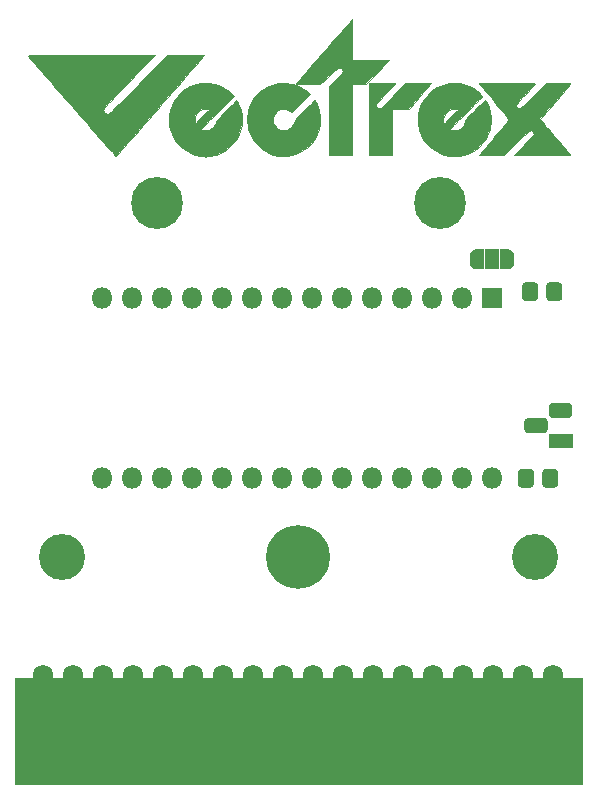
<source format=gts>
G04 #@! TF.GenerationSoftware,KiCad,Pcbnew,(5.1.6-0)*
G04 #@! TF.CreationDate,2020-06-20T23:38:09-05:00*
G04 #@! TF.ProjectId,vectrex-cartridge,76656374-7265-4782-9d63-617274726964,v1.0*
G04 #@! TF.SameCoordinates,Original*
G04 #@! TF.FileFunction,Soldermask,Top*
G04 #@! TF.FilePolarity,Negative*
%FSLAX46Y46*%
G04 Gerber Fmt 4.6, Leading zero omitted, Abs format (unit mm)*
G04 Created by KiCad (PCBNEW (5.1.6-0)) date 2020-06-20 23:38:09*
%MOMM*%
%LPD*%
G01*
G04 APERTURE LIST*
%ADD10C,0.010000*%
%ADD11C,0.100000*%
%ADD12R,1.200000X1.700000*%
%ADD13R,2.000000X1.300000*%
%ADD14O,1.800000X1.800000*%
%ADD15R,1.800000X1.800000*%
%ADD16C,4.400000*%
%ADD17C,3.900000*%
%ADD18C,5.400000*%
%ADD19O,1.720000X9.000000*%
G04 APERTURE END LIST*
D10*
G36*
X134531520Y-77495950D02*
G01*
X134891123Y-77602487D01*
X135368851Y-77821002D01*
X135794321Y-78115032D01*
X135981096Y-78283185D01*
X136225537Y-78521433D01*
X134820218Y-79928151D01*
X134468554Y-80281147D01*
X134178764Y-80574436D01*
X133946177Y-80813093D01*
X133766123Y-81002193D01*
X133633931Y-81146812D01*
X133544930Y-81252024D01*
X133494451Y-81322905D01*
X133477821Y-81364530D01*
X133484552Y-81379475D01*
X133567367Y-81404106D01*
X133707471Y-81420611D01*
X133823057Y-81424792D01*
X134125490Y-81385858D01*
X134377514Y-81269607D01*
X134574630Y-81079447D01*
X134712339Y-80818790D01*
X134740946Y-80728976D01*
X134767797Y-80654069D01*
X134812071Y-80572651D01*
X134881788Y-80475251D01*
X134984966Y-80352396D01*
X135129624Y-80194616D01*
X135323782Y-79992436D01*
X135575458Y-79736387D01*
X135615647Y-79695795D01*
X135840411Y-79470025D01*
X136043769Y-79267859D01*
X136216611Y-79098182D01*
X136349826Y-78969882D01*
X136434305Y-78891843D01*
X136460650Y-78871572D01*
X136497275Y-78911959D01*
X136555666Y-79019331D01*
X136626933Y-79173009D01*
X136702190Y-79352314D01*
X136772549Y-79536565D01*
X136829123Y-79705082D01*
X136849004Y-79775204D01*
X136891959Y-80019216D01*
X136914819Y-80319484D01*
X136917545Y-80641584D01*
X136900100Y-80951095D01*
X136862446Y-81213592D01*
X136850636Y-81264833D01*
X136679714Y-81756509D01*
X136429778Y-82211518D01*
X136110042Y-82619647D01*
X135729719Y-82970686D01*
X135298021Y-83254424D01*
X134890148Y-83437746D01*
X134737340Y-83484442D01*
X134541116Y-83532731D01*
X134325550Y-83578109D01*
X134114714Y-83616068D01*
X133932682Y-83642101D01*
X133803527Y-83651701D01*
X133764381Y-83648499D01*
X133708992Y-83639908D01*
X133588649Y-83623314D01*
X133445605Y-83604427D01*
X132925514Y-83492022D01*
X132443768Y-83295122D01*
X132002008Y-83014540D01*
X131673583Y-82725443D01*
X131384538Y-82406011D01*
X131162045Y-82088908D01*
X130986076Y-81742872D01*
X130895332Y-81510708D01*
X130845498Y-81362142D01*
X130811377Y-81229259D01*
X130790063Y-81088381D01*
X130778650Y-80915830D01*
X130774232Y-80687929D01*
X130773843Y-80557897D01*
X132927331Y-80557897D01*
X132932775Y-80700424D01*
X132946860Y-80796263D01*
X132961487Y-80821847D01*
X133003946Y-80790607D01*
X133100390Y-80703994D01*
X133239498Y-80572661D01*
X133409949Y-80407263D01*
X133565143Y-80253713D01*
X133750989Y-80066360D01*
X133911437Y-79900880D01*
X134035804Y-79768599D01*
X134113404Y-79680841D01*
X134134644Y-79650057D01*
X134092350Y-79631721D01*
X133981966Y-79618892D01*
X133841907Y-79614534D01*
X133544497Y-79654339D01*
X133297615Y-79769019D01*
X133108144Y-79951472D01*
X132982972Y-80194597D01*
X132928982Y-80491291D01*
X132927331Y-80557897D01*
X130773843Y-80557897D01*
X130773729Y-80520018D01*
X130775409Y-80248897D01*
X130782389Y-80046938D01*
X130797575Y-79890462D01*
X130823872Y-79755793D01*
X130864187Y-79619253D01*
X130895332Y-79529329D01*
X131053141Y-79151288D01*
X131245570Y-78820759D01*
X131492648Y-78506480D01*
X131673583Y-78314593D01*
X132076642Y-77972331D01*
X132521516Y-77709629D01*
X132998823Y-77528563D01*
X133499180Y-77431211D01*
X134013207Y-77419647D01*
X134531520Y-77495950D01*
G37*
X134531520Y-77495950D02*
X134891123Y-77602487D01*
X135368851Y-77821002D01*
X135794321Y-78115032D01*
X135981096Y-78283185D01*
X136225537Y-78521433D01*
X134820218Y-79928151D01*
X134468554Y-80281147D01*
X134178764Y-80574436D01*
X133946177Y-80813093D01*
X133766123Y-81002193D01*
X133633931Y-81146812D01*
X133544930Y-81252024D01*
X133494451Y-81322905D01*
X133477821Y-81364530D01*
X133484552Y-81379475D01*
X133567367Y-81404106D01*
X133707471Y-81420611D01*
X133823057Y-81424792D01*
X134125490Y-81385858D01*
X134377514Y-81269607D01*
X134574630Y-81079447D01*
X134712339Y-80818790D01*
X134740946Y-80728976D01*
X134767797Y-80654069D01*
X134812071Y-80572651D01*
X134881788Y-80475251D01*
X134984966Y-80352396D01*
X135129624Y-80194616D01*
X135323782Y-79992436D01*
X135575458Y-79736387D01*
X135615647Y-79695795D01*
X135840411Y-79470025D01*
X136043769Y-79267859D01*
X136216611Y-79098182D01*
X136349826Y-78969882D01*
X136434305Y-78891843D01*
X136460650Y-78871572D01*
X136497275Y-78911959D01*
X136555666Y-79019331D01*
X136626933Y-79173009D01*
X136702190Y-79352314D01*
X136772549Y-79536565D01*
X136829123Y-79705082D01*
X136849004Y-79775204D01*
X136891959Y-80019216D01*
X136914819Y-80319484D01*
X136917545Y-80641584D01*
X136900100Y-80951095D01*
X136862446Y-81213592D01*
X136850636Y-81264833D01*
X136679714Y-81756509D01*
X136429778Y-82211518D01*
X136110042Y-82619647D01*
X135729719Y-82970686D01*
X135298021Y-83254424D01*
X134890148Y-83437746D01*
X134737340Y-83484442D01*
X134541116Y-83532731D01*
X134325550Y-83578109D01*
X134114714Y-83616068D01*
X133932682Y-83642101D01*
X133803527Y-83651701D01*
X133764381Y-83648499D01*
X133708992Y-83639908D01*
X133588649Y-83623314D01*
X133445605Y-83604427D01*
X132925514Y-83492022D01*
X132443768Y-83295122D01*
X132002008Y-83014540D01*
X131673583Y-82725443D01*
X131384538Y-82406011D01*
X131162045Y-82088908D01*
X130986076Y-81742872D01*
X130895332Y-81510708D01*
X130845498Y-81362142D01*
X130811377Y-81229259D01*
X130790063Y-81088381D01*
X130778650Y-80915830D01*
X130774232Y-80687929D01*
X130773843Y-80557897D01*
X132927331Y-80557897D01*
X132932775Y-80700424D01*
X132946860Y-80796263D01*
X132961487Y-80821847D01*
X133003946Y-80790607D01*
X133100390Y-80703994D01*
X133239498Y-80572661D01*
X133409949Y-80407263D01*
X133565143Y-80253713D01*
X133750989Y-80066360D01*
X133911437Y-79900880D01*
X134035804Y-79768599D01*
X134113404Y-79680841D01*
X134134644Y-79650057D01*
X134092350Y-79631721D01*
X133981966Y-79618892D01*
X133841907Y-79614534D01*
X133544497Y-79654339D01*
X133297615Y-79769019D01*
X133108144Y-79951472D01*
X132982972Y-80194597D01*
X132928982Y-80491291D01*
X132927331Y-80557897D01*
X130773843Y-80557897D01*
X130773729Y-80520018D01*
X130775409Y-80248897D01*
X130782389Y-80046938D01*
X130797575Y-79890462D01*
X130823872Y-79755793D01*
X130864187Y-79619253D01*
X130895332Y-79529329D01*
X131053141Y-79151288D01*
X131245570Y-78820759D01*
X131492648Y-78506480D01*
X131673583Y-78314593D01*
X132076642Y-77972331D01*
X132521516Y-77709629D01*
X132998823Y-77528563D01*
X133499180Y-77431211D01*
X134013207Y-77419647D01*
X134531520Y-77495950D01*
G36*
X141105550Y-77486052D02*
G01*
X141591495Y-77630816D01*
X142045688Y-77848132D01*
X142449917Y-78132392D01*
X142492962Y-78169639D01*
X142701920Y-78354488D01*
X141940281Y-79119798D01*
X141178643Y-79885107D01*
X140993494Y-79762581D01*
X140849477Y-79685091D01*
X140689182Y-79642685D01*
X140501384Y-79625460D01*
X140218199Y-79642371D01*
X139986795Y-79729055D01*
X139788872Y-79894477D01*
X139685570Y-80025235D01*
X139603556Y-80156558D01*
X139560853Y-80277796D01*
X139545503Y-80430844D01*
X139544333Y-80520018D01*
X139551366Y-80700647D01*
X139580437Y-80830848D01*
X139643506Y-80952518D01*
X139685570Y-81014802D01*
X139888780Y-81235570D01*
X140129415Y-81371586D01*
X140409625Y-81424008D01*
X140446766Y-81424739D01*
X140748190Y-81385276D01*
X141000929Y-81268481D01*
X141198299Y-81079684D01*
X141333616Y-80824212D01*
X141373095Y-80686173D01*
X141393843Y-80614786D01*
X141428951Y-80540843D01*
X141486542Y-80454684D01*
X141574740Y-80346648D01*
X141701668Y-80207075D01*
X141875449Y-80026305D01*
X142104206Y-79794675D01*
X142222443Y-79676085D01*
X142446591Y-79454098D01*
X142650476Y-79256811D01*
X142824643Y-79092999D01*
X142959638Y-78971435D01*
X143046006Y-78900894D01*
X143073027Y-78886693D01*
X143129365Y-78942919D01*
X143202536Y-79069009D01*
X143284022Y-79245486D01*
X143365302Y-79452869D01*
X143437855Y-79671683D01*
X143474999Y-79805649D01*
X143552110Y-80294514D01*
X143544438Y-80794466D01*
X143456458Y-81290944D01*
X143292645Y-81769388D01*
X143057476Y-82215238D01*
X142755425Y-82613932D01*
X142548314Y-82820558D01*
X142132133Y-83133799D01*
X141670395Y-83374133D01*
X141177445Y-83537029D01*
X140667631Y-83617956D01*
X140155299Y-83612382D01*
X140071542Y-83602838D01*
X139564828Y-83491989D01*
X139088586Y-83298737D01*
X138651787Y-83031025D01*
X138263408Y-82696799D01*
X137932422Y-82304003D01*
X137667802Y-81860581D01*
X137478524Y-81374477D01*
X137453761Y-81285404D01*
X137401933Y-80996692D01*
X137377615Y-80656485D01*
X137380806Y-80301990D01*
X137411506Y-79970415D01*
X137453761Y-79754633D01*
X137630938Y-79254547D01*
X137884727Y-78799764D01*
X138207155Y-78397238D01*
X138590250Y-78053920D01*
X139026041Y-77776766D01*
X139506556Y-77572728D01*
X140023823Y-77448760D01*
X140111254Y-77436595D01*
X140606065Y-77419443D01*
X141105550Y-77486052D01*
G37*
X141105550Y-77486052D02*
X141591495Y-77630816D01*
X142045688Y-77848132D01*
X142449917Y-78132392D01*
X142492962Y-78169639D01*
X142701920Y-78354488D01*
X141940281Y-79119798D01*
X141178643Y-79885107D01*
X140993494Y-79762581D01*
X140849477Y-79685091D01*
X140689182Y-79642685D01*
X140501384Y-79625460D01*
X140218199Y-79642371D01*
X139986795Y-79729055D01*
X139788872Y-79894477D01*
X139685570Y-80025235D01*
X139603556Y-80156558D01*
X139560853Y-80277796D01*
X139545503Y-80430844D01*
X139544333Y-80520018D01*
X139551366Y-80700647D01*
X139580437Y-80830848D01*
X139643506Y-80952518D01*
X139685570Y-81014802D01*
X139888780Y-81235570D01*
X140129415Y-81371586D01*
X140409625Y-81424008D01*
X140446766Y-81424739D01*
X140748190Y-81385276D01*
X141000929Y-81268481D01*
X141198299Y-81079684D01*
X141333616Y-80824212D01*
X141373095Y-80686173D01*
X141393843Y-80614786D01*
X141428951Y-80540843D01*
X141486542Y-80454684D01*
X141574740Y-80346648D01*
X141701668Y-80207075D01*
X141875449Y-80026305D01*
X142104206Y-79794675D01*
X142222443Y-79676085D01*
X142446591Y-79454098D01*
X142650476Y-79256811D01*
X142824643Y-79092999D01*
X142959638Y-78971435D01*
X143046006Y-78900894D01*
X143073027Y-78886693D01*
X143129365Y-78942919D01*
X143202536Y-79069009D01*
X143284022Y-79245486D01*
X143365302Y-79452869D01*
X143437855Y-79671683D01*
X143474999Y-79805649D01*
X143552110Y-80294514D01*
X143544438Y-80794466D01*
X143456458Y-81290944D01*
X143292645Y-81769388D01*
X143057476Y-82215238D01*
X142755425Y-82613932D01*
X142548314Y-82820558D01*
X142132133Y-83133799D01*
X141670395Y-83374133D01*
X141177445Y-83537029D01*
X140667631Y-83617956D01*
X140155299Y-83612382D01*
X140071542Y-83602838D01*
X139564828Y-83491989D01*
X139088586Y-83298737D01*
X138651787Y-83031025D01*
X138263408Y-82696799D01*
X137932422Y-82304003D01*
X137667802Y-81860581D01*
X137478524Y-81374477D01*
X137453761Y-81285404D01*
X137401933Y-80996692D01*
X137377615Y-80656485D01*
X137380806Y-80301990D01*
X137411506Y-79970415D01*
X137453761Y-79754633D01*
X137630938Y-79254547D01*
X137884727Y-78799764D01*
X138207155Y-78397238D01*
X138590250Y-78053920D01*
X139026041Y-77776766D01*
X139506556Y-77572728D01*
X140023823Y-77448760D01*
X140111254Y-77436595D01*
X140606065Y-77419443D01*
X141105550Y-77486052D01*
G36*
X155415469Y-77455387D02*
G01*
X155900418Y-77576585D01*
X156365870Y-77778890D01*
X156801989Y-78062767D01*
X156969104Y-78202011D01*
X157102349Y-78327024D01*
X157203356Y-78433352D01*
X157255600Y-78503169D01*
X157259324Y-78515124D01*
X157227499Y-78558506D01*
X157136569Y-78660214D01*
X156993350Y-78813158D01*
X156804658Y-79010247D01*
X156577309Y-79244392D01*
X156318121Y-79508504D01*
X156033908Y-79795491D01*
X155877880Y-79952023D01*
X155529518Y-80301737D01*
X155243009Y-80591806D01*
X155013644Y-80827351D01*
X154836717Y-81013496D01*
X154707521Y-81155361D01*
X154621348Y-81258070D01*
X154573492Y-81326745D01*
X154559245Y-81366506D01*
X154566088Y-81379477D01*
X154648122Y-81403606D01*
X154788681Y-81420090D01*
X154916869Y-81424792D01*
X155105431Y-81415383D01*
X155250284Y-81377378D01*
X155399263Y-81297826D01*
X155409355Y-81291464D01*
X155579144Y-81146473D01*
X155716119Y-80959873D01*
X155801257Y-80762040D01*
X155819836Y-80635982D01*
X155840343Y-80578121D01*
X155905163Y-80484143D01*
X156019246Y-80348408D01*
X156187540Y-80165279D01*
X156414993Y-79929116D01*
X156642789Y-79698300D01*
X156869444Y-79472801D01*
X157075987Y-79271931D01*
X157253107Y-79104371D01*
X157391496Y-78978804D01*
X157481841Y-78903911D01*
X157513448Y-78886368D01*
X157576595Y-78944905D01*
X157656896Y-79074949D01*
X157745379Y-79258889D01*
X157833070Y-79479113D01*
X157870457Y-79587103D01*
X157916705Y-79740467D01*
X157947641Y-79884768D01*
X157966002Y-80044836D01*
X157974525Y-80245503D01*
X157975943Y-80511598D01*
X157975797Y-80543236D01*
X157972384Y-80812532D01*
X157963266Y-81013833D01*
X157945250Y-81171983D01*
X157915140Y-81311823D01*
X157869741Y-81458196D01*
X157851378Y-81510708D01*
X157695943Y-81884632D01*
X157506137Y-82212691D01*
X157262312Y-82525597D01*
X157072012Y-82728882D01*
X156676884Y-83064009D01*
X156232657Y-83325187D01*
X155751500Y-83508255D01*
X155245584Y-83609057D01*
X154727078Y-83623434D01*
X154512858Y-83603275D01*
X154009587Y-83492115D01*
X153535702Y-83298518D01*
X153100389Y-83030693D01*
X152712831Y-82696849D01*
X152382215Y-82305195D01*
X152117723Y-81863940D01*
X151928542Y-81381294D01*
X151896531Y-81264833D01*
X151854535Y-81020393D01*
X151832335Y-80719831D01*
X151831269Y-80577009D01*
X153977768Y-80577009D01*
X153989898Y-80710093D01*
X154017268Y-80799928D01*
X154045127Y-80821847D01*
X154086885Y-80790620D01*
X154182702Y-80704039D01*
X154321303Y-80572753D01*
X154491413Y-80407410D01*
X154646679Y-80253713D01*
X154832524Y-80066360D01*
X154992973Y-79900880D01*
X155117339Y-79768599D01*
X155194939Y-79680841D01*
X155216179Y-79650057D01*
X155173976Y-79631375D01*
X155064221Y-79618507D01*
X154935719Y-79614534D01*
X154628453Y-79653454D01*
X154373203Y-79768354D01*
X154173777Y-79956442D01*
X154033983Y-80214928D01*
X154007385Y-80294972D01*
X153982918Y-80429145D01*
X153977768Y-80577009D01*
X151831269Y-80577009D01*
X151829931Y-80397760D01*
X151847324Y-80088792D01*
X151884513Y-79827541D01*
X151896531Y-79775204D01*
X152037555Y-79363061D01*
X152244434Y-78952638D01*
X152497828Y-78579228D01*
X152647061Y-78405542D01*
X153042469Y-78049815D01*
X153477388Y-77772418D01*
X153941981Y-77573814D01*
X154426416Y-77454465D01*
X154920857Y-77414835D01*
X155415469Y-77455387D01*
G37*
X155415469Y-77455387D02*
X155900418Y-77576585D01*
X156365870Y-77778890D01*
X156801989Y-78062767D01*
X156969104Y-78202011D01*
X157102349Y-78327024D01*
X157203356Y-78433352D01*
X157255600Y-78503169D01*
X157259324Y-78515124D01*
X157227499Y-78558506D01*
X157136569Y-78660214D01*
X156993350Y-78813158D01*
X156804658Y-79010247D01*
X156577309Y-79244392D01*
X156318121Y-79508504D01*
X156033908Y-79795491D01*
X155877880Y-79952023D01*
X155529518Y-80301737D01*
X155243009Y-80591806D01*
X155013644Y-80827351D01*
X154836717Y-81013496D01*
X154707521Y-81155361D01*
X154621348Y-81258070D01*
X154573492Y-81326745D01*
X154559245Y-81366506D01*
X154566088Y-81379477D01*
X154648122Y-81403606D01*
X154788681Y-81420090D01*
X154916869Y-81424792D01*
X155105431Y-81415383D01*
X155250284Y-81377378D01*
X155399263Y-81297826D01*
X155409355Y-81291464D01*
X155579144Y-81146473D01*
X155716119Y-80959873D01*
X155801257Y-80762040D01*
X155819836Y-80635982D01*
X155840343Y-80578121D01*
X155905163Y-80484143D01*
X156019246Y-80348408D01*
X156187540Y-80165279D01*
X156414993Y-79929116D01*
X156642789Y-79698300D01*
X156869444Y-79472801D01*
X157075987Y-79271931D01*
X157253107Y-79104371D01*
X157391496Y-78978804D01*
X157481841Y-78903911D01*
X157513448Y-78886368D01*
X157576595Y-78944905D01*
X157656896Y-79074949D01*
X157745379Y-79258889D01*
X157833070Y-79479113D01*
X157870457Y-79587103D01*
X157916705Y-79740467D01*
X157947641Y-79884768D01*
X157966002Y-80044836D01*
X157974525Y-80245503D01*
X157975943Y-80511598D01*
X157975797Y-80543236D01*
X157972384Y-80812532D01*
X157963266Y-81013833D01*
X157945250Y-81171983D01*
X157915140Y-81311823D01*
X157869741Y-81458196D01*
X157851378Y-81510708D01*
X157695943Y-81884632D01*
X157506137Y-82212691D01*
X157262312Y-82525597D01*
X157072012Y-82728882D01*
X156676884Y-83064009D01*
X156232657Y-83325187D01*
X155751500Y-83508255D01*
X155245584Y-83609057D01*
X154727078Y-83623434D01*
X154512858Y-83603275D01*
X154009587Y-83492115D01*
X153535702Y-83298518D01*
X153100389Y-83030693D01*
X152712831Y-82696849D01*
X152382215Y-82305195D01*
X152117723Y-81863940D01*
X151928542Y-81381294D01*
X151896531Y-81264833D01*
X151854535Y-81020393D01*
X151832335Y-80719831D01*
X151831269Y-80577009D01*
X153977768Y-80577009D01*
X153989898Y-80710093D01*
X154017268Y-80799928D01*
X154045127Y-80821847D01*
X154086885Y-80790620D01*
X154182702Y-80704039D01*
X154321303Y-80572753D01*
X154491413Y-80407410D01*
X154646679Y-80253713D01*
X154832524Y-80066360D01*
X154992973Y-79900880D01*
X155117339Y-79768599D01*
X155194939Y-79680841D01*
X155216179Y-79650057D01*
X155173976Y-79631375D01*
X155064221Y-79618507D01*
X154935719Y-79614534D01*
X154628453Y-79653454D01*
X154373203Y-79768354D01*
X154173777Y-79956442D01*
X154033983Y-80214928D01*
X154007385Y-80294972D01*
X153982918Y-80429145D01*
X153977768Y-80577009D01*
X151831269Y-80577009D01*
X151829931Y-80397760D01*
X151847324Y-80088792D01*
X151884513Y-79827541D01*
X151896531Y-79775204D01*
X152037555Y-79363061D01*
X152244434Y-78952638D01*
X152497828Y-78579228D01*
X152647061Y-78405542D01*
X153042469Y-78049815D01*
X153477388Y-77772418D01*
X153941981Y-77573814D01*
X154426416Y-77454465D01*
X154920857Y-77414835D01*
X155415469Y-77455387D01*
G36*
X124846421Y-75064126D02*
G01*
X125519207Y-75064803D01*
X126159814Y-75065896D01*
X126762474Y-75067375D01*
X127321416Y-75069210D01*
X127830870Y-75071372D01*
X128285065Y-75073831D01*
X128678233Y-75076559D01*
X129004602Y-75079525D01*
X129258403Y-75082700D01*
X129433865Y-75086055D01*
X129525220Y-75089561D01*
X129537569Y-75091427D01*
X129505843Y-75128385D01*
X129414274Y-75225854D01*
X129268277Y-75378267D01*
X129073264Y-75580057D01*
X128834649Y-75825655D01*
X128557846Y-76109494D01*
X128248268Y-76426007D01*
X127911329Y-76769625D01*
X127552444Y-77134781D01*
X127413163Y-77276279D01*
X127044922Y-77651222D01*
X126694989Y-78009454D01*
X126369013Y-78345066D01*
X126072644Y-78652152D01*
X125811529Y-78924805D01*
X125591319Y-79157116D01*
X125417661Y-79343179D01*
X125296206Y-79477087D01*
X125232601Y-79552931D01*
X125225216Y-79564318D01*
X125193827Y-79717760D01*
X125238303Y-79857579D01*
X125341752Y-79965621D01*
X125487279Y-80023735D01*
X125646364Y-80016864D01*
X125700610Y-79978244D01*
X125815798Y-79875978D01*
X125988544Y-79713400D01*
X126215462Y-79493848D01*
X126493167Y-79220657D01*
X126818273Y-78897164D01*
X127187395Y-78526705D01*
X127597148Y-78112617D01*
X128044147Y-77658235D01*
X128171990Y-77527845D01*
X130582359Y-75067754D01*
X132118586Y-75065824D01*
X132487222Y-75066145D01*
X132825707Y-75067945D01*
X133122981Y-75071048D01*
X133367982Y-75075277D01*
X133549649Y-75080456D01*
X133656920Y-75086409D01*
X133681663Y-75090743D01*
X133654527Y-75127525D01*
X133570581Y-75228866D01*
X133434348Y-75389591D01*
X133250352Y-75604522D01*
X133023117Y-75868485D01*
X132757166Y-76176304D01*
X132457024Y-76522802D01*
X132127215Y-76902804D01*
X131772261Y-77311133D01*
X131396687Y-77742613D01*
X131005017Y-78192070D01*
X130601774Y-78654326D01*
X130191482Y-79124206D01*
X129778665Y-79596533D01*
X129367846Y-80066133D01*
X128963550Y-80527828D01*
X128570300Y-80976443D01*
X128192619Y-81406802D01*
X127835033Y-81813729D01*
X127502064Y-82192049D01*
X127198236Y-82536584D01*
X126928073Y-82842160D01*
X126696099Y-83103599D01*
X126506837Y-83315727D01*
X126364812Y-83473368D01*
X126274547Y-83571344D01*
X126240677Y-83604486D01*
X126207690Y-83570572D01*
X126117221Y-83471078D01*
X125973023Y-83310248D01*
X125778848Y-83092324D01*
X125538449Y-82821552D01*
X125255577Y-82502174D01*
X124933986Y-82138434D01*
X124577427Y-81734575D01*
X124189654Y-81294840D01*
X123774417Y-80823473D01*
X123335470Y-80324719D01*
X122876566Y-79802819D01*
X122502651Y-79377244D01*
X122030446Y-78839419D01*
X121575378Y-78320727D01*
X121141197Y-77825465D01*
X120731655Y-77357926D01*
X120350501Y-76922405D01*
X120001488Y-76523198D01*
X119688366Y-76164600D01*
X119414886Y-75850905D01*
X119184798Y-75586408D01*
X119001853Y-75375405D01*
X118869803Y-75222190D01*
X118792398Y-75131059D01*
X118772365Y-75105824D01*
X118815785Y-75099759D01*
X118947795Y-75094049D01*
X119164112Y-75088729D01*
X119460456Y-75083832D01*
X119832546Y-75079392D01*
X120276101Y-75075442D01*
X120786841Y-75072014D01*
X121360484Y-75069144D01*
X121992749Y-75066863D01*
X122679356Y-75065206D01*
X123416024Y-75064206D01*
X124147228Y-75063894D01*
X124846421Y-75064126D01*
G37*
X124846421Y-75064126D02*
X125519207Y-75064803D01*
X126159814Y-75065896D01*
X126762474Y-75067375D01*
X127321416Y-75069210D01*
X127830870Y-75071372D01*
X128285065Y-75073831D01*
X128678233Y-75076559D01*
X129004602Y-75079525D01*
X129258403Y-75082700D01*
X129433865Y-75086055D01*
X129525220Y-75089561D01*
X129537569Y-75091427D01*
X129505843Y-75128385D01*
X129414274Y-75225854D01*
X129268277Y-75378267D01*
X129073264Y-75580057D01*
X128834649Y-75825655D01*
X128557846Y-76109494D01*
X128248268Y-76426007D01*
X127911329Y-76769625D01*
X127552444Y-77134781D01*
X127413163Y-77276279D01*
X127044922Y-77651222D01*
X126694989Y-78009454D01*
X126369013Y-78345066D01*
X126072644Y-78652152D01*
X125811529Y-78924805D01*
X125591319Y-79157116D01*
X125417661Y-79343179D01*
X125296206Y-79477087D01*
X125232601Y-79552931D01*
X125225216Y-79564318D01*
X125193827Y-79717760D01*
X125238303Y-79857579D01*
X125341752Y-79965621D01*
X125487279Y-80023735D01*
X125646364Y-80016864D01*
X125700610Y-79978244D01*
X125815798Y-79875978D01*
X125988544Y-79713400D01*
X126215462Y-79493848D01*
X126493167Y-79220657D01*
X126818273Y-78897164D01*
X127187395Y-78526705D01*
X127597148Y-78112617D01*
X128044147Y-77658235D01*
X128171990Y-77527845D01*
X130582359Y-75067754D01*
X132118586Y-75065824D01*
X132487222Y-75066145D01*
X132825707Y-75067945D01*
X133122981Y-75071048D01*
X133367982Y-75075277D01*
X133549649Y-75080456D01*
X133656920Y-75086409D01*
X133681663Y-75090743D01*
X133654527Y-75127525D01*
X133570581Y-75228866D01*
X133434348Y-75389591D01*
X133250352Y-75604522D01*
X133023117Y-75868485D01*
X132757166Y-76176304D01*
X132457024Y-76522802D01*
X132127215Y-76902804D01*
X131772261Y-77311133D01*
X131396687Y-77742613D01*
X131005017Y-78192070D01*
X130601774Y-78654326D01*
X130191482Y-79124206D01*
X129778665Y-79596533D01*
X129367846Y-80066133D01*
X128963550Y-80527828D01*
X128570300Y-80976443D01*
X128192619Y-81406802D01*
X127835033Y-81813729D01*
X127502064Y-82192049D01*
X127198236Y-82536584D01*
X126928073Y-82842160D01*
X126696099Y-83103599D01*
X126506837Y-83315727D01*
X126364812Y-83473368D01*
X126274547Y-83571344D01*
X126240677Y-83604486D01*
X126207690Y-83570572D01*
X126117221Y-83471078D01*
X125973023Y-83310248D01*
X125778848Y-83092324D01*
X125538449Y-82821552D01*
X125255577Y-82502174D01*
X124933986Y-82138434D01*
X124577427Y-81734575D01*
X124189654Y-81294840D01*
X123774417Y-80823473D01*
X123335470Y-80324719D01*
X122876566Y-79802819D01*
X122502651Y-79377244D01*
X122030446Y-78839419D01*
X121575378Y-78320727D01*
X121141197Y-77825465D01*
X120731655Y-77357926D01*
X120350501Y-76922405D01*
X120001488Y-76523198D01*
X119688366Y-76164600D01*
X119414886Y-75850905D01*
X119184798Y-75586408D01*
X119001853Y-75375405D01*
X118869803Y-75222190D01*
X118792398Y-75131059D01*
X118772365Y-75105824D01*
X118815785Y-75099759D01*
X118947795Y-75094049D01*
X119164112Y-75088729D01*
X119460456Y-75083832D01*
X119832546Y-75079392D01*
X120276101Y-75075442D01*
X120786841Y-75072014D01*
X121360484Y-75069144D01*
X121992749Y-75066863D01*
X122679356Y-75065206D01*
X123416024Y-75064206D01*
X124147228Y-75063894D01*
X124846421Y-75064126D01*
G36*
X146218804Y-73749223D02*
G01*
X146230987Y-75458592D01*
X147784872Y-75481810D01*
X149338757Y-75505027D01*
X147391865Y-77522467D01*
X146799817Y-77523711D01*
X146207770Y-77524954D01*
X146207770Y-83561517D01*
X144257496Y-83561517D01*
X144257496Y-77738157D01*
X144861152Y-77128528D01*
X145089368Y-76894812D01*
X145256499Y-76715344D01*
X145369739Y-76581424D01*
X145436282Y-76484348D01*
X145463322Y-76415415D01*
X145464808Y-76398369D01*
X145425103Y-76252031D01*
X145316292Y-76158684D01*
X145182647Y-76131901D01*
X145124970Y-76142555D01*
X145050336Y-76179319D01*
X144949542Y-76249400D01*
X144813387Y-76360001D01*
X144632671Y-76518330D01*
X144398193Y-76731590D01*
X144293192Y-76828428D01*
X143539959Y-77524954D01*
X142536631Y-77524954D01*
X142240585Y-77523735D01*
X141976608Y-77520322D01*
X141758566Y-77515087D01*
X141600327Y-77508400D01*
X141515757Y-77500631D01*
X141505783Y-77497435D01*
X141528424Y-77457134D01*
X141605553Y-77355878D01*
X141730075Y-77202220D01*
X141894890Y-77004717D01*
X142092900Y-76771924D01*
X142317007Y-76512396D01*
X142440040Y-76371384D01*
X142774726Y-75988925D01*
X143121201Y-75592654D01*
X143473667Y-75189229D01*
X143826322Y-74785309D01*
X144173366Y-74387552D01*
X144508998Y-74002617D01*
X144827419Y-73637163D01*
X145122829Y-73297847D01*
X145389426Y-72991328D01*
X145621411Y-72724266D01*
X145812983Y-72503318D01*
X145958342Y-72335143D01*
X146051687Y-72226399D01*
X146079498Y-72193438D01*
X146206620Y-72039855D01*
X146218804Y-73749223D01*
G37*
X146218804Y-73749223D02*
X146230987Y-75458592D01*
X147784872Y-75481810D01*
X149338757Y-75505027D01*
X147391865Y-77522467D01*
X146799817Y-77523711D01*
X146207770Y-77524954D01*
X146207770Y-83561517D01*
X144257496Y-83561517D01*
X144257496Y-77738157D01*
X144861152Y-77128528D01*
X145089368Y-76894812D01*
X145256499Y-76715344D01*
X145369739Y-76581424D01*
X145436282Y-76484348D01*
X145463322Y-76415415D01*
X145464808Y-76398369D01*
X145425103Y-76252031D01*
X145316292Y-76158684D01*
X145182647Y-76131901D01*
X145124970Y-76142555D01*
X145050336Y-76179319D01*
X144949542Y-76249400D01*
X144813387Y-76360001D01*
X144632671Y-76518330D01*
X144398193Y-76731590D01*
X144293192Y-76828428D01*
X143539959Y-77524954D01*
X142536631Y-77524954D01*
X142240585Y-77523735D01*
X141976608Y-77520322D01*
X141758566Y-77515087D01*
X141600327Y-77508400D01*
X141515757Y-77500631D01*
X141505783Y-77497435D01*
X141528424Y-77457134D01*
X141605553Y-77355878D01*
X141730075Y-77202220D01*
X141894890Y-77004717D01*
X142092900Y-76771924D01*
X142317007Y-76512396D01*
X142440040Y-76371384D01*
X142774726Y-75988925D01*
X143121201Y-75592654D01*
X143473667Y-75189229D01*
X143826322Y-74785309D01*
X144173366Y-74387552D01*
X144508998Y-74002617D01*
X144827419Y-73637163D01*
X145122829Y-73297847D01*
X145389426Y-72991328D01*
X145621411Y-72724266D01*
X145812983Y-72503318D01*
X145958342Y-72335143D01*
X146051687Y-72226399D01*
X146079498Y-72193438D01*
X146206620Y-72039855D01*
X146218804Y-73749223D01*
G36*
X149098900Y-77433265D02*
G01*
X149379686Y-77436586D01*
X149614715Y-77441711D01*
X149791428Y-77448307D01*
X149897267Y-77456038D01*
X149922578Y-77462390D01*
X149891361Y-77502487D01*
X149803582Y-77599262D01*
X149668046Y-77743424D01*
X149493558Y-77925683D01*
X149288924Y-78136749D01*
X149115469Y-78313954D01*
X148890734Y-78545354D01*
X148687423Y-78759890D01*
X148514898Y-78947260D01*
X148382521Y-79097164D01*
X148299656Y-79199300D01*
X148275786Y-79237841D01*
X148274236Y-79375294D01*
X148346135Y-79490017D01*
X148472066Y-79558521D01*
X148548770Y-79568099D01*
X148596715Y-79563525D01*
X148649025Y-79545278D01*
X148713260Y-79506568D01*
X148796978Y-79440603D01*
X148907741Y-79340594D01*
X149053108Y-79199751D01*
X149240638Y-79011283D01*
X149477893Y-78768400D01*
X149737841Y-78500091D01*
X150770504Y-77432084D01*
X151832464Y-77432084D01*
X152135175Y-77433535D01*
X152404108Y-77437605D01*
X152626300Y-77443866D01*
X152788785Y-77451894D01*
X152878598Y-77461261D01*
X152892320Y-77466910D01*
X152862718Y-77509702D01*
X152780011Y-77613834D01*
X152651692Y-77770274D01*
X152485255Y-77969987D01*
X152288193Y-78203939D01*
X152068000Y-78463098D01*
X151996742Y-78546527D01*
X151103268Y-79591316D01*
X149597532Y-79616834D01*
X149597532Y-83561517D01*
X147647258Y-83561517D01*
X147647258Y-77432084D01*
X148784918Y-77432084D01*
X149098900Y-77433265D01*
G37*
X149098900Y-77433265D02*
X149379686Y-77436586D01*
X149614715Y-77441711D01*
X149791428Y-77448307D01*
X149897267Y-77456038D01*
X149922578Y-77462390D01*
X149891361Y-77502487D01*
X149803582Y-77599262D01*
X149668046Y-77743424D01*
X149493558Y-77925683D01*
X149288924Y-78136749D01*
X149115469Y-78313954D01*
X148890734Y-78545354D01*
X148687423Y-78759890D01*
X148514898Y-78947260D01*
X148382521Y-79097164D01*
X148299656Y-79199300D01*
X148275786Y-79237841D01*
X148274236Y-79375294D01*
X148346135Y-79490017D01*
X148472066Y-79558521D01*
X148548770Y-79568099D01*
X148596715Y-79563525D01*
X148649025Y-79545278D01*
X148713260Y-79506568D01*
X148796978Y-79440603D01*
X148907741Y-79340594D01*
X149053108Y-79199751D01*
X149240638Y-79011283D01*
X149477893Y-78768400D01*
X149737841Y-78500091D01*
X150770504Y-77432084D01*
X151832464Y-77432084D01*
X152135175Y-77433535D01*
X152404108Y-77437605D01*
X152626300Y-77443866D01*
X152788785Y-77451894D01*
X152878598Y-77461261D01*
X152892320Y-77466910D01*
X152862718Y-77509702D01*
X152780011Y-77613834D01*
X152651692Y-77770274D01*
X152485255Y-77969987D01*
X152288193Y-78203939D01*
X152068000Y-78463098D01*
X151996742Y-78546527D01*
X151103268Y-79591316D01*
X149597532Y-79616834D01*
X149597532Y-83561517D01*
X147647258Y-83561517D01*
X147647258Y-77432084D01*
X148784918Y-77432084D01*
X149098900Y-77433265D01*
G36*
X163995575Y-77433586D02*
G01*
X164261245Y-77437794D01*
X164479997Y-77444263D01*
X164638690Y-77452546D01*
X164724184Y-77462197D01*
X164735375Y-77467363D01*
X164706244Y-77509116D01*
X164622988Y-77614008D01*
X164491807Y-77774568D01*
X164318906Y-77983330D01*
X164110487Y-78232825D01*
X163872752Y-78515583D01*
X163611905Y-78824136D01*
X163456695Y-79006999D01*
X162178015Y-80511357D01*
X162288367Y-80631776D01*
X162388052Y-80743500D01*
X162529299Y-80905949D01*
X162704563Y-81110113D01*
X162906298Y-81346979D01*
X163126958Y-81607535D01*
X163358998Y-81882770D01*
X163594872Y-82163671D01*
X163827034Y-82441227D01*
X164047939Y-82706426D01*
X164250041Y-82950255D01*
X164425794Y-83163704D01*
X164567652Y-83337760D01*
X164668071Y-83463412D01*
X164719504Y-83531647D01*
X164724576Y-83541360D01*
X164675439Y-83545194D01*
X164542206Y-83548344D01*
X164333651Y-83550778D01*
X164058544Y-83552463D01*
X163725659Y-83553366D01*
X163343768Y-83553454D01*
X162921643Y-83552695D01*
X162468057Y-83551056D01*
X162316455Y-83550334D01*
X159929342Y-83538300D01*
X160776783Y-82674208D01*
X161004659Y-82439783D01*
X161209358Y-82225228D01*
X161382258Y-82039904D01*
X161514738Y-81893171D01*
X161598179Y-81794391D01*
X161624223Y-81754062D01*
X161597084Y-81653338D01*
X161534614Y-81537833D01*
X161466358Y-81461040D01*
X161417412Y-81436780D01*
X161362699Y-81432544D01*
X161294988Y-81454054D01*
X161207049Y-81507030D01*
X161091651Y-81597194D01*
X160941564Y-81730267D01*
X160749557Y-81911970D01*
X160508401Y-82148024D01*
X160210864Y-82444150D01*
X160161518Y-82493510D01*
X159094268Y-83561517D01*
X158034750Y-83561517D01*
X157660661Y-83559902D01*
X157375050Y-83554915D01*
X157173578Y-83546345D01*
X157051908Y-83533983D01*
X157005702Y-83517619D01*
X157006074Y-83511615D01*
X157041946Y-83466527D01*
X157131607Y-83358449D01*
X157268587Y-83195054D01*
X157446414Y-82984015D01*
X157658617Y-82733007D01*
X157898723Y-82449702D01*
X158160261Y-82141774D01*
X158286581Y-81993270D01*
X158554226Y-81677632D01*
X158801660Y-81383634D01*
X159022672Y-81118818D01*
X159211053Y-80890726D01*
X159360594Y-80706898D01*
X159465084Y-80574877D01*
X159518315Y-80502203D01*
X159523837Y-80490619D01*
X159492007Y-80449055D01*
X159406177Y-80344385D01*
X159272660Y-80184123D01*
X159097773Y-79975781D01*
X158887830Y-79726871D01*
X158649145Y-79444906D01*
X158388036Y-79137398D01*
X158246070Y-78970572D01*
X157976323Y-78653217D01*
X157726227Y-78357811D01*
X157502019Y-78091808D01*
X157309938Y-77862664D01*
X157156224Y-77677835D01*
X157047114Y-77544777D01*
X156988848Y-77470944D01*
X156980713Y-77458409D01*
X157025706Y-77453333D01*
X157154912Y-77448579D01*
X157359677Y-77444242D01*
X157631344Y-77440418D01*
X157961258Y-77437201D01*
X158340762Y-77434686D01*
X158761202Y-77432969D01*
X159213921Y-77432144D01*
X159375991Y-77432084D01*
X159950110Y-77432943D01*
X160450638Y-77435484D01*
X160874616Y-77439650D01*
X161219082Y-77445385D01*
X161481077Y-77452633D01*
X161657639Y-77461339D01*
X161745810Y-77471445D01*
X161755789Y-77477115D01*
X161720546Y-77521743D01*
X161629604Y-77623495D01*
X161491873Y-77772782D01*
X161316266Y-77960016D01*
X161111692Y-78175608D01*
X160939306Y-78355669D01*
X160672534Y-78635263D01*
X160466169Y-78857890D01*
X160314765Y-79032071D01*
X160212878Y-79166327D01*
X160155064Y-79269179D01*
X160135879Y-79349147D01*
X160149878Y-79414753D01*
X160191617Y-79474517D01*
X160211270Y-79495129D01*
X160267169Y-79544304D01*
X160323888Y-79572515D01*
X160388704Y-79574542D01*
X160468893Y-79545163D01*
X160571732Y-79479156D01*
X160704498Y-79371301D01*
X160874469Y-79216375D01*
X161088920Y-79009158D01*
X161355128Y-78744427D01*
X161597990Y-78500091D01*
X162656881Y-77432084D01*
X163696128Y-77432084D01*
X163995575Y-77433586D01*
G37*
X163995575Y-77433586D02*
X164261245Y-77437794D01*
X164479997Y-77444263D01*
X164638690Y-77452546D01*
X164724184Y-77462197D01*
X164735375Y-77467363D01*
X164706244Y-77509116D01*
X164622988Y-77614008D01*
X164491807Y-77774568D01*
X164318906Y-77983330D01*
X164110487Y-78232825D01*
X163872752Y-78515583D01*
X163611905Y-78824136D01*
X163456695Y-79006999D01*
X162178015Y-80511357D01*
X162288367Y-80631776D01*
X162388052Y-80743500D01*
X162529299Y-80905949D01*
X162704563Y-81110113D01*
X162906298Y-81346979D01*
X163126958Y-81607535D01*
X163358998Y-81882770D01*
X163594872Y-82163671D01*
X163827034Y-82441227D01*
X164047939Y-82706426D01*
X164250041Y-82950255D01*
X164425794Y-83163704D01*
X164567652Y-83337760D01*
X164668071Y-83463412D01*
X164719504Y-83531647D01*
X164724576Y-83541360D01*
X164675439Y-83545194D01*
X164542206Y-83548344D01*
X164333651Y-83550778D01*
X164058544Y-83552463D01*
X163725659Y-83553366D01*
X163343768Y-83553454D01*
X162921643Y-83552695D01*
X162468057Y-83551056D01*
X162316455Y-83550334D01*
X159929342Y-83538300D01*
X160776783Y-82674208D01*
X161004659Y-82439783D01*
X161209358Y-82225228D01*
X161382258Y-82039904D01*
X161514738Y-81893171D01*
X161598179Y-81794391D01*
X161624223Y-81754062D01*
X161597084Y-81653338D01*
X161534614Y-81537833D01*
X161466358Y-81461040D01*
X161417412Y-81436780D01*
X161362699Y-81432544D01*
X161294988Y-81454054D01*
X161207049Y-81507030D01*
X161091651Y-81597194D01*
X160941564Y-81730267D01*
X160749557Y-81911970D01*
X160508401Y-82148024D01*
X160210864Y-82444150D01*
X160161518Y-82493510D01*
X159094268Y-83561517D01*
X158034750Y-83561517D01*
X157660661Y-83559902D01*
X157375050Y-83554915D01*
X157173578Y-83546345D01*
X157051908Y-83533983D01*
X157005702Y-83517619D01*
X157006074Y-83511615D01*
X157041946Y-83466527D01*
X157131607Y-83358449D01*
X157268587Y-83195054D01*
X157446414Y-82984015D01*
X157658617Y-82733007D01*
X157898723Y-82449702D01*
X158160261Y-82141774D01*
X158286581Y-81993270D01*
X158554226Y-81677632D01*
X158801660Y-81383634D01*
X159022672Y-81118818D01*
X159211053Y-80890726D01*
X159360594Y-80706898D01*
X159465084Y-80574877D01*
X159518315Y-80502203D01*
X159523837Y-80490619D01*
X159492007Y-80449055D01*
X159406177Y-80344385D01*
X159272660Y-80184123D01*
X159097773Y-79975781D01*
X158887830Y-79726871D01*
X158649145Y-79444906D01*
X158388036Y-79137398D01*
X158246070Y-78970572D01*
X157976323Y-78653217D01*
X157726227Y-78357811D01*
X157502019Y-78091808D01*
X157309938Y-77862664D01*
X157156224Y-77677835D01*
X157047114Y-77544777D01*
X156988848Y-77470944D01*
X156980713Y-77458409D01*
X157025706Y-77453333D01*
X157154912Y-77448579D01*
X157359677Y-77444242D01*
X157631344Y-77440418D01*
X157961258Y-77437201D01*
X158340762Y-77434686D01*
X158761202Y-77432969D01*
X159213921Y-77432144D01*
X159375991Y-77432084D01*
X159950110Y-77432943D01*
X160450638Y-77435484D01*
X160874616Y-77439650D01*
X161219082Y-77445385D01*
X161481077Y-77452633D01*
X161657639Y-77461339D01*
X161745810Y-77471445D01*
X161755789Y-77477115D01*
X161720546Y-77521743D01*
X161629604Y-77623495D01*
X161491873Y-77772782D01*
X161316266Y-77960016D01*
X161111692Y-78175608D01*
X160939306Y-78355669D01*
X160672534Y-78635263D01*
X160466169Y-78857890D01*
X160314765Y-79032071D01*
X160212878Y-79166327D01*
X160155064Y-79269179D01*
X160135879Y-79349147D01*
X160149878Y-79414753D01*
X160191617Y-79474517D01*
X160211270Y-79495129D01*
X160267169Y-79544304D01*
X160323888Y-79572515D01*
X160388704Y-79574542D01*
X160468893Y-79545163D01*
X160571732Y-79479156D01*
X160704498Y-79371301D01*
X160874469Y-79216375D01*
X161088920Y-79009158D01*
X161355128Y-78744427D01*
X161597990Y-78500091D01*
X162656881Y-77432084D01*
X163696128Y-77432084D01*
X163995575Y-77433586D01*
D11*
G36*
X117700000Y-127800000D02*
G01*
X165700000Y-127800000D01*
X165700000Y-136800000D01*
X117700000Y-136800000D01*
X117700000Y-127800000D01*
G37*
X117700000Y-127800000D02*
X165700000Y-127800000D01*
X165700000Y-136800000D01*
X117700000Y-136800000D01*
X117700000Y-127800000D01*
G36*
X158830491Y-93198079D02*
G01*
X158811732Y-93192388D01*
X158794443Y-93183147D01*
X158779289Y-93170711D01*
X158766853Y-93155557D01*
X158757612Y-93138268D01*
X158751921Y-93119509D01*
X158750000Y-93100000D01*
X158750000Y-91600000D01*
X158751921Y-91580491D01*
X158757612Y-91561732D01*
X158766853Y-91544443D01*
X158779289Y-91529289D01*
X158794443Y-91516853D01*
X158811732Y-91507612D01*
X158830491Y-91501921D01*
X158850000Y-91500000D01*
X159400000Y-91500000D01*
X159406114Y-91500602D01*
X159424534Y-91500602D01*
X159434337Y-91501084D01*
X159483168Y-91505894D01*
X159492873Y-91507333D01*
X159540998Y-91516905D01*
X159550519Y-91519290D01*
X159597474Y-91533534D01*
X159606712Y-91536840D01*
X159652045Y-91555617D01*
X159660919Y-91559814D01*
X159704192Y-91582945D01*
X159712607Y-91587988D01*
X159753406Y-91615248D01*
X159761290Y-91621095D01*
X159799219Y-91652223D01*
X159806490Y-91658813D01*
X159841187Y-91693510D01*
X159847777Y-91700781D01*
X159878905Y-91738710D01*
X159884752Y-91746594D01*
X159912012Y-91787393D01*
X159917055Y-91795808D01*
X159940186Y-91839081D01*
X159944383Y-91847955D01*
X159963160Y-91893288D01*
X159966466Y-91902526D01*
X159980710Y-91949481D01*
X159983095Y-91959002D01*
X159992667Y-92007127D01*
X159994106Y-92016832D01*
X159998916Y-92065663D01*
X159999398Y-92075466D01*
X159999398Y-92093886D01*
X160000000Y-92100000D01*
X160000000Y-92600000D01*
X159999398Y-92606114D01*
X159999398Y-92624534D01*
X159998916Y-92634337D01*
X159994106Y-92683168D01*
X159992667Y-92692873D01*
X159983095Y-92740998D01*
X159980710Y-92750519D01*
X159966466Y-92797474D01*
X159963160Y-92806712D01*
X159944383Y-92852045D01*
X159940186Y-92860919D01*
X159917055Y-92904192D01*
X159912012Y-92912607D01*
X159884752Y-92953406D01*
X159878905Y-92961290D01*
X159847777Y-92999219D01*
X159841187Y-93006490D01*
X159806490Y-93041187D01*
X159799219Y-93047777D01*
X159761290Y-93078905D01*
X159753406Y-93084752D01*
X159712607Y-93112012D01*
X159704192Y-93117055D01*
X159660919Y-93140186D01*
X159652045Y-93144383D01*
X159606712Y-93163160D01*
X159597474Y-93166466D01*
X159550519Y-93180710D01*
X159540998Y-93183095D01*
X159492873Y-93192667D01*
X159483168Y-93194106D01*
X159434337Y-93198916D01*
X159424534Y-93199398D01*
X159406114Y-93199398D01*
X159400000Y-93200000D01*
X158850000Y-93200000D01*
X158830491Y-93198079D01*
G37*
D12*
X158100000Y-92350000D03*
D11*
G36*
X156793886Y-93199398D02*
G01*
X156775466Y-93199398D01*
X156765663Y-93198916D01*
X156716832Y-93194106D01*
X156707127Y-93192667D01*
X156659002Y-93183095D01*
X156649481Y-93180710D01*
X156602526Y-93166466D01*
X156593288Y-93163160D01*
X156547955Y-93144383D01*
X156539081Y-93140186D01*
X156495808Y-93117055D01*
X156487393Y-93112012D01*
X156446594Y-93084752D01*
X156438710Y-93078905D01*
X156400781Y-93047777D01*
X156393510Y-93041187D01*
X156358813Y-93006490D01*
X156352223Y-92999219D01*
X156321095Y-92961290D01*
X156315248Y-92953406D01*
X156287988Y-92912607D01*
X156282945Y-92904192D01*
X156259814Y-92860919D01*
X156255617Y-92852045D01*
X156236840Y-92806712D01*
X156233534Y-92797474D01*
X156219290Y-92750519D01*
X156216905Y-92740998D01*
X156207333Y-92692873D01*
X156205894Y-92683168D01*
X156201084Y-92634337D01*
X156200602Y-92624534D01*
X156200602Y-92606114D01*
X156200000Y-92600000D01*
X156200000Y-92100000D01*
X156200602Y-92093886D01*
X156200602Y-92075466D01*
X156201084Y-92065663D01*
X156205894Y-92016832D01*
X156207333Y-92007127D01*
X156216905Y-91959002D01*
X156219290Y-91949481D01*
X156233534Y-91902526D01*
X156236840Y-91893288D01*
X156255617Y-91847955D01*
X156259814Y-91839081D01*
X156282945Y-91795808D01*
X156287988Y-91787393D01*
X156315248Y-91746594D01*
X156321095Y-91738710D01*
X156352223Y-91700781D01*
X156358813Y-91693510D01*
X156393510Y-91658813D01*
X156400781Y-91652223D01*
X156438710Y-91621095D01*
X156446594Y-91615248D01*
X156487393Y-91587988D01*
X156495808Y-91582945D01*
X156539081Y-91559814D01*
X156547955Y-91555617D01*
X156593288Y-91536840D01*
X156602526Y-91533534D01*
X156649481Y-91519290D01*
X156659002Y-91516905D01*
X156707127Y-91507333D01*
X156716832Y-91505894D01*
X156765663Y-91501084D01*
X156775466Y-91500602D01*
X156793886Y-91500602D01*
X156800000Y-91500000D01*
X157350000Y-91500000D01*
X157369509Y-91501921D01*
X157388268Y-91507612D01*
X157405557Y-91516853D01*
X157420711Y-91529289D01*
X157433147Y-91544443D01*
X157442388Y-91561732D01*
X157448079Y-91580491D01*
X157450000Y-91600000D01*
X157450000Y-93100000D01*
X157448079Y-93119509D01*
X157442388Y-93138268D01*
X157433147Y-93155557D01*
X157420711Y-93170711D01*
X157405557Y-93183147D01*
X157388268Y-93192388D01*
X157369509Y-93198079D01*
X157350000Y-93200000D01*
X156800000Y-93200000D01*
X156793886Y-93199398D01*
G37*
D13*
X163900000Y-107700000D03*
G36*
G01*
X164575000Y-105810000D02*
X163225000Y-105810000D01*
G75*
G02*
X162900000Y-105485000I0J325000D01*
G01*
X162900000Y-104835000D01*
G75*
G02*
X163225000Y-104510000I325000J0D01*
G01*
X164575000Y-104510000D01*
G75*
G02*
X164900000Y-104835000I0J-325000D01*
G01*
X164900000Y-105485000D01*
G75*
G02*
X164575000Y-105810000I-325000J0D01*
G01*
G37*
G36*
G01*
X162505000Y-107080000D02*
X161155000Y-107080000D01*
G75*
G02*
X160830000Y-106755000I0J325000D01*
G01*
X160830000Y-106105000D01*
G75*
G02*
X161155000Y-105780000I325000J0D01*
G01*
X162505000Y-105780000D01*
G75*
G02*
X162830000Y-106105000I0J-325000D01*
G01*
X162830000Y-106755000D01*
G75*
G02*
X162505000Y-107080000I-325000J0D01*
G01*
G37*
D14*
X158100000Y-110890000D03*
X125080000Y-95650000D03*
X155560000Y-110890000D03*
X127620000Y-95650000D03*
X153020000Y-110890000D03*
X130160000Y-95650000D03*
X150480000Y-110890000D03*
X132700000Y-95650000D03*
X147940000Y-110890000D03*
X135240000Y-95650000D03*
X145400000Y-110890000D03*
X137780000Y-95650000D03*
X142860000Y-110890000D03*
X140320000Y-95650000D03*
X140320000Y-110890000D03*
X142860000Y-95650000D03*
X137780000Y-110890000D03*
X145400000Y-95650000D03*
X135240000Y-110890000D03*
X147940000Y-95650000D03*
X132700000Y-110890000D03*
X150480000Y-95650000D03*
X130160000Y-110890000D03*
X153020000Y-95650000D03*
X127620000Y-110890000D03*
X155560000Y-95650000D03*
X125080000Y-110890000D03*
D15*
X158100000Y-95650000D03*
G36*
G01*
X162700000Y-95606523D02*
X162700000Y-94593477D01*
G75*
G02*
X162993477Y-94300000I293477J0D01*
G01*
X163756523Y-94300000D01*
G75*
G02*
X164050000Y-94593477I0J-293477D01*
G01*
X164050000Y-95606523D01*
G75*
G02*
X163756523Y-95900000I-293477J0D01*
G01*
X162993477Y-95900000D01*
G75*
G02*
X162700000Y-95606523I0J293477D01*
G01*
G37*
G36*
G01*
X160650000Y-95606523D02*
X160650000Y-94593477D01*
G75*
G02*
X160943477Y-94300000I293477J0D01*
G01*
X161706523Y-94300000D01*
G75*
G02*
X162000000Y-94593477I0J-293477D01*
G01*
X162000000Y-95606523D01*
G75*
G02*
X161706523Y-95900000I-293477J0D01*
G01*
X160943477Y-95900000D01*
G75*
G02*
X160650000Y-95606523I0J293477D01*
G01*
G37*
D16*
X129700000Y-87600000D03*
X153700000Y-87600000D03*
D17*
X121700000Y-117600000D03*
D18*
X141700000Y-117600000D03*
D17*
X161700000Y-117600000D03*
G36*
G01*
X160300000Y-111406523D02*
X160300000Y-110393477D01*
G75*
G02*
X160593477Y-110100000I293477J0D01*
G01*
X161356523Y-110100000D01*
G75*
G02*
X161650000Y-110393477I0J-293477D01*
G01*
X161650000Y-111406523D01*
G75*
G02*
X161356523Y-111700000I-293477J0D01*
G01*
X160593477Y-111700000D01*
G75*
G02*
X160300000Y-111406523I0J293477D01*
G01*
G37*
G36*
G01*
X162350000Y-111406523D02*
X162350000Y-110393477D01*
G75*
G02*
X162643477Y-110100000I293477J0D01*
G01*
X163406523Y-110100000D01*
G75*
G02*
X163700000Y-110393477I0J-293477D01*
G01*
X163700000Y-111406523D01*
G75*
G02*
X163406523Y-111700000I-293477J0D01*
G01*
X162643477Y-111700000D01*
G75*
G02*
X162350000Y-111406523I0J293477D01*
G01*
G37*
D19*
X120110000Y-131200000D03*
X122650000Y-131200000D03*
X125190000Y-131200000D03*
X127730000Y-131200000D03*
X130270000Y-131200000D03*
X132810000Y-131200000D03*
X135350000Y-131200000D03*
X137890000Y-131200000D03*
X140430000Y-131200000D03*
X142970000Y-131200000D03*
X145510000Y-131200000D03*
X148050000Y-131200000D03*
X150590000Y-131200000D03*
X153130000Y-131200000D03*
X155670000Y-131200000D03*
X158210000Y-131200000D03*
X160750000Y-131200000D03*
X163290000Y-131200000D03*
M02*

</source>
